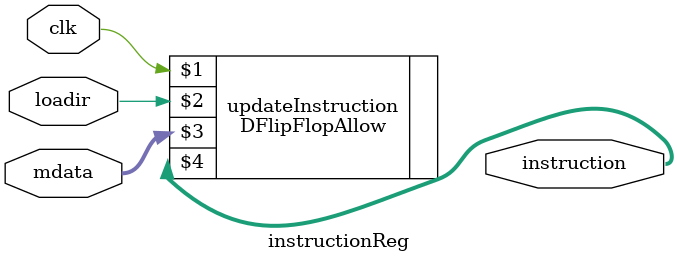
<source format=v>
module instructionReg(clk, mdata, loadir, instruction);
        
        input clk, loadir;
        input [15:0] mdata;
        output [15:0] instruction;
        
        //Update instruction on a clock depending on (loadir)
        DFlipFlopAllow #(16) updateInstruction(clk, loadir, mdata, instruction);

endmodule

</source>
